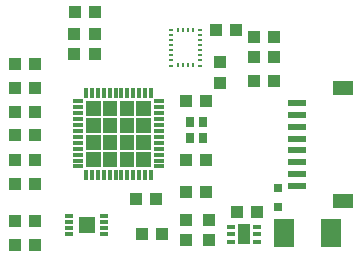
<source format=gbr>
G04 EAGLE Gerber RS-274X export*
G75*
%MOMM*%
%FSLAX34Y34*%
%LPD*%
%INSolderpaste Top*%
%IPPOS*%
%AMOC8*
5,1,8,0,0,1.08239X$1,22.5*%
G01*
%ADD10R,1.100000X1.000000*%
%ADD11R,1.000000X1.100000*%
%ADD12R,0.350000X0.230000*%
%ADD13R,0.230000X0.350000*%
%ADD14R,0.812800X0.304800*%
%ADD15R,0.304800X0.812800*%
%ADD16R,0.750000X0.850000*%
%ADD17R,1.000000X1.800000*%
%ADD18R,0.800000X0.400000*%
%ADD19R,1.360000X1.460000*%
%ADD20R,0.750000X0.300000*%
%ADD21R,1.550000X0.600000*%
%ADD22R,1.800000X1.200000*%
%ADD23R,1.800000X2.400000*%
%ADD24R,0.800000X0.800000*%

G36*
X101778Y189099D02*
X101778Y189099D01*
X101780Y189098D01*
X101823Y189118D01*
X101867Y189136D01*
X101867Y189138D01*
X101869Y189139D01*
X101902Y189224D01*
X101902Y201448D01*
X101901Y201450D01*
X101902Y201452D01*
X101882Y201495D01*
X101864Y201539D01*
X101862Y201539D01*
X101861Y201541D01*
X101776Y201574D01*
X89552Y201574D01*
X89550Y201573D01*
X89548Y201574D01*
X89505Y201554D01*
X89461Y201536D01*
X89461Y201534D01*
X89459Y201533D01*
X89426Y201448D01*
X89426Y189224D01*
X89427Y189222D01*
X89426Y189220D01*
X89446Y189177D01*
X89464Y189133D01*
X89466Y189133D01*
X89467Y189131D01*
X89552Y189098D01*
X101776Y189098D01*
X101778Y189099D01*
G37*
G36*
X144450Y189099D02*
X144450Y189099D01*
X144452Y189098D01*
X144495Y189118D01*
X144539Y189136D01*
X144539Y189138D01*
X144541Y189139D01*
X144574Y189224D01*
X144574Y201448D01*
X144573Y201450D01*
X144574Y201452D01*
X144554Y201495D01*
X144536Y201539D01*
X144534Y201539D01*
X144533Y201541D01*
X144448Y201574D01*
X132224Y201574D01*
X132222Y201573D01*
X132220Y201574D01*
X132177Y201554D01*
X132133Y201536D01*
X132133Y201534D01*
X132131Y201533D01*
X132098Y201448D01*
X132098Y189224D01*
X132099Y189222D01*
X132098Y189220D01*
X132118Y189177D01*
X132136Y189133D01*
X132138Y189133D01*
X132139Y189131D01*
X132224Y189098D01*
X144448Y189098D01*
X144450Y189099D01*
G37*
G36*
X130226Y189099D02*
X130226Y189099D01*
X130228Y189098D01*
X130271Y189118D01*
X130315Y189136D01*
X130315Y189138D01*
X130317Y189139D01*
X130350Y189224D01*
X130350Y201448D01*
X130349Y201450D01*
X130350Y201452D01*
X130330Y201495D01*
X130312Y201539D01*
X130310Y201539D01*
X130309Y201541D01*
X130224Y201574D01*
X118000Y201574D01*
X117998Y201573D01*
X117996Y201574D01*
X117953Y201554D01*
X117909Y201536D01*
X117909Y201534D01*
X117907Y201533D01*
X117874Y201448D01*
X117874Y189224D01*
X117875Y189222D01*
X117874Y189220D01*
X117894Y189177D01*
X117912Y189133D01*
X117914Y189133D01*
X117915Y189131D01*
X118000Y189098D01*
X130224Y189098D01*
X130226Y189099D01*
G37*
G36*
X116002Y189099D02*
X116002Y189099D01*
X116004Y189098D01*
X116047Y189118D01*
X116091Y189136D01*
X116091Y189138D01*
X116093Y189139D01*
X116126Y189224D01*
X116126Y201448D01*
X116125Y201450D01*
X116126Y201452D01*
X116106Y201495D01*
X116088Y201539D01*
X116086Y201539D01*
X116085Y201541D01*
X116000Y201574D01*
X103776Y201574D01*
X103774Y201573D01*
X103772Y201574D01*
X103729Y201554D01*
X103685Y201536D01*
X103685Y201534D01*
X103683Y201533D01*
X103650Y201448D01*
X103650Y189224D01*
X103651Y189222D01*
X103650Y189220D01*
X103670Y189177D01*
X103688Y189133D01*
X103690Y189133D01*
X103691Y189131D01*
X103776Y189098D01*
X116000Y189098D01*
X116002Y189099D01*
G37*
G36*
X116002Y174875D02*
X116002Y174875D01*
X116004Y174874D01*
X116047Y174894D01*
X116091Y174912D01*
X116091Y174914D01*
X116093Y174915D01*
X116126Y175000D01*
X116126Y187224D01*
X116125Y187226D01*
X116126Y187228D01*
X116106Y187271D01*
X116088Y187315D01*
X116086Y187315D01*
X116085Y187317D01*
X116000Y187350D01*
X103776Y187350D01*
X103774Y187349D01*
X103772Y187350D01*
X103729Y187330D01*
X103685Y187312D01*
X103685Y187310D01*
X103683Y187309D01*
X103650Y187224D01*
X103650Y175000D01*
X103651Y174998D01*
X103650Y174996D01*
X103670Y174953D01*
X103688Y174909D01*
X103690Y174909D01*
X103691Y174907D01*
X103776Y174874D01*
X116000Y174874D01*
X116002Y174875D01*
G37*
G36*
X130226Y174875D02*
X130226Y174875D01*
X130228Y174874D01*
X130271Y174894D01*
X130315Y174912D01*
X130315Y174914D01*
X130317Y174915D01*
X130350Y175000D01*
X130350Y187224D01*
X130349Y187226D01*
X130350Y187228D01*
X130330Y187271D01*
X130312Y187315D01*
X130310Y187315D01*
X130309Y187317D01*
X130224Y187350D01*
X118000Y187350D01*
X117998Y187349D01*
X117996Y187350D01*
X117953Y187330D01*
X117909Y187312D01*
X117909Y187310D01*
X117907Y187309D01*
X117874Y187224D01*
X117874Y175000D01*
X117875Y174998D01*
X117874Y174996D01*
X117894Y174953D01*
X117912Y174909D01*
X117914Y174909D01*
X117915Y174907D01*
X118000Y174874D01*
X130224Y174874D01*
X130226Y174875D01*
G37*
G36*
X144450Y174875D02*
X144450Y174875D01*
X144452Y174874D01*
X144495Y174894D01*
X144539Y174912D01*
X144539Y174914D01*
X144541Y174915D01*
X144574Y175000D01*
X144574Y187224D01*
X144573Y187226D01*
X144574Y187228D01*
X144554Y187271D01*
X144536Y187315D01*
X144534Y187315D01*
X144533Y187317D01*
X144448Y187350D01*
X132224Y187350D01*
X132222Y187349D01*
X132220Y187350D01*
X132177Y187330D01*
X132133Y187312D01*
X132133Y187310D01*
X132131Y187309D01*
X132098Y187224D01*
X132098Y175000D01*
X132099Y174998D01*
X132098Y174996D01*
X132118Y174953D01*
X132136Y174909D01*
X132138Y174909D01*
X132139Y174907D01*
X132224Y174874D01*
X144448Y174874D01*
X144450Y174875D01*
G37*
G36*
X101778Y174875D02*
X101778Y174875D01*
X101780Y174874D01*
X101823Y174894D01*
X101867Y174912D01*
X101867Y174914D01*
X101869Y174915D01*
X101902Y175000D01*
X101902Y187224D01*
X101901Y187226D01*
X101902Y187228D01*
X101882Y187271D01*
X101864Y187315D01*
X101862Y187315D01*
X101861Y187317D01*
X101776Y187350D01*
X89552Y187350D01*
X89550Y187349D01*
X89548Y187350D01*
X89505Y187330D01*
X89461Y187312D01*
X89461Y187310D01*
X89459Y187309D01*
X89426Y187224D01*
X89426Y175000D01*
X89427Y174998D01*
X89426Y174996D01*
X89446Y174953D01*
X89464Y174909D01*
X89466Y174909D01*
X89467Y174907D01*
X89552Y174874D01*
X101776Y174874D01*
X101778Y174875D01*
G37*
G36*
X116002Y160651D02*
X116002Y160651D01*
X116004Y160650D01*
X116047Y160670D01*
X116091Y160688D01*
X116091Y160690D01*
X116093Y160691D01*
X116126Y160776D01*
X116126Y173000D01*
X116125Y173002D01*
X116126Y173004D01*
X116106Y173047D01*
X116088Y173091D01*
X116086Y173091D01*
X116085Y173093D01*
X116000Y173126D01*
X103776Y173126D01*
X103774Y173125D01*
X103772Y173126D01*
X103729Y173106D01*
X103685Y173088D01*
X103685Y173086D01*
X103683Y173085D01*
X103650Y173000D01*
X103650Y160776D01*
X103651Y160774D01*
X103650Y160772D01*
X103670Y160729D01*
X103688Y160685D01*
X103690Y160685D01*
X103691Y160683D01*
X103776Y160650D01*
X116000Y160650D01*
X116002Y160651D01*
G37*
G36*
X101778Y160651D02*
X101778Y160651D01*
X101780Y160650D01*
X101823Y160670D01*
X101867Y160688D01*
X101867Y160690D01*
X101869Y160691D01*
X101902Y160776D01*
X101902Y173000D01*
X101901Y173002D01*
X101902Y173004D01*
X101882Y173047D01*
X101864Y173091D01*
X101862Y173091D01*
X101861Y173093D01*
X101776Y173126D01*
X89552Y173126D01*
X89550Y173125D01*
X89548Y173126D01*
X89505Y173106D01*
X89461Y173088D01*
X89461Y173086D01*
X89459Y173085D01*
X89426Y173000D01*
X89426Y160776D01*
X89427Y160774D01*
X89426Y160772D01*
X89446Y160729D01*
X89464Y160685D01*
X89466Y160685D01*
X89467Y160683D01*
X89552Y160650D01*
X101776Y160650D01*
X101778Y160651D01*
G37*
G36*
X130226Y160651D02*
X130226Y160651D01*
X130228Y160650D01*
X130271Y160670D01*
X130315Y160688D01*
X130315Y160690D01*
X130317Y160691D01*
X130350Y160776D01*
X130350Y173000D01*
X130349Y173002D01*
X130350Y173004D01*
X130330Y173047D01*
X130312Y173091D01*
X130310Y173091D01*
X130309Y173093D01*
X130224Y173126D01*
X118000Y173126D01*
X117998Y173125D01*
X117996Y173126D01*
X117953Y173106D01*
X117909Y173088D01*
X117909Y173086D01*
X117907Y173085D01*
X117874Y173000D01*
X117874Y160776D01*
X117875Y160774D01*
X117874Y160772D01*
X117894Y160729D01*
X117912Y160685D01*
X117914Y160685D01*
X117915Y160683D01*
X118000Y160650D01*
X130224Y160650D01*
X130226Y160651D01*
G37*
G36*
X144450Y160651D02*
X144450Y160651D01*
X144452Y160650D01*
X144495Y160670D01*
X144539Y160688D01*
X144539Y160690D01*
X144541Y160691D01*
X144574Y160776D01*
X144574Y173000D01*
X144573Y173002D01*
X144574Y173004D01*
X144554Y173047D01*
X144536Y173091D01*
X144534Y173091D01*
X144533Y173093D01*
X144448Y173126D01*
X132224Y173126D01*
X132222Y173125D01*
X132220Y173126D01*
X132177Y173106D01*
X132133Y173088D01*
X132133Y173086D01*
X132131Y173085D01*
X132098Y173000D01*
X132098Y160776D01*
X132099Y160774D01*
X132098Y160772D01*
X132118Y160729D01*
X132136Y160685D01*
X132138Y160685D01*
X132139Y160683D01*
X132224Y160650D01*
X144448Y160650D01*
X144450Y160651D01*
G37*
G36*
X130226Y146427D02*
X130226Y146427D01*
X130228Y146426D01*
X130271Y146446D01*
X130315Y146464D01*
X130315Y146466D01*
X130317Y146467D01*
X130350Y146552D01*
X130350Y158776D01*
X130349Y158778D01*
X130350Y158780D01*
X130330Y158823D01*
X130312Y158867D01*
X130310Y158867D01*
X130309Y158869D01*
X130224Y158902D01*
X118000Y158902D01*
X117998Y158901D01*
X117996Y158902D01*
X117953Y158882D01*
X117909Y158864D01*
X117909Y158862D01*
X117907Y158861D01*
X117874Y158776D01*
X117874Y146552D01*
X117875Y146550D01*
X117874Y146548D01*
X117894Y146505D01*
X117912Y146461D01*
X117914Y146461D01*
X117915Y146459D01*
X118000Y146426D01*
X130224Y146426D01*
X130226Y146427D01*
G37*
G36*
X101778Y146427D02*
X101778Y146427D01*
X101780Y146426D01*
X101823Y146446D01*
X101867Y146464D01*
X101867Y146466D01*
X101869Y146467D01*
X101902Y146552D01*
X101902Y158776D01*
X101901Y158778D01*
X101902Y158780D01*
X101882Y158823D01*
X101864Y158867D01*
X101862Y158867D01*
X101861Y158869D01*
X101776Y158902D01*
X89552Y158902D01*
X89550Y158901D01*
X89548Y158902D01*
X89505Y158882D01*
X89461Y158864D01*
X89461Y158862D01*
X89459Y158861D01*
X89426Y158776D01*
X89426Y146552D01*
X89427Y146550D01*
X89426Y146548D01*
X89446Y146505D01*
X89464Y146461D01*
X89466Y146461D01*
X89467Y146459D01*
X89552Y146426D01*
X101776Y146426D01*
X101778Y146427D01*
G37*
G36*
X116002Y146427D02*
X116002Y146427D01*
X116004Y146426D01*
X116047Y146446D01*
X116091Y146464D01*
X116091Y146466D01*
X116093Y146467D01*
X116126Y146552D01*
X116126Y158776D01*
X116125Y158778D01*
X116126Y158780D01*
X116106Y158823D01*
X116088Y158867D01*
X116086Y158867D01*
X116085Y158869D01*
X116000Y158902D01*
X103776Y158902D01*
X103774Y158901D01*
X103772Y158902D01*
X103729Y158882D01*
X103685Y158864D01*
X103685Y158862D01*
X103683Y158861D01*
X103650Y158776D01*
X103650Y146552D01*
X103651Y146550D01*
X103650Y146548D01*
X103670Y146505D01*
X103688Y146461D01*
X103690Y146461D01*
X103691Y146459D01*
X103776Y146426D01*
X116000Y146426D01*
X116002Y146427D01*
G37*
G36*
X144450Y146427D02*
X144450Y146427D01*
X144452Y146426D01*
X144495Y146446D01*
X144539Y146464D01*
X144539Y146466D01*
X144541Y146467D01*
X144574Y146552D01*
X144574Y158776D01*
X144573Y158778D01*
X144574Y158780D01*
X144554Y158823D01*
X144536Y158867D01*
X144534Y158867D01*
X144533Y158869D01*
X144448Y158902D01*
X132224Y158902D01*
X132222Y158901D01*
X132220Y158902D01*
X132177Y158882D01*
X132133Y158864D01*
X132133Y158862D01*
X132131Y158861D01*
X132098Y158776D01*
X132098Y146552D01*
X132099Y146550D01*
X132098Y146548D01*
X132118Y146505D01*
X132136Y146461D01*
X132138Y146461D01*
X132139Y146459D01*
X132224Y146426D01*
X144448Y146426D01*
X144450Y146427D01*
G37*
D10*
X248500Y256000D03*
X231500Y256000D03*
X46500Y152000D03*
X29500Y152000D03*
X148500Y119000D03*
X131500Y119000D03*
X46500Y132000D03*
X29500Y132000D03*
X46500Y233000D03*
X29500Y233000D03*
D11*
X97000Y241500D03*
X97000Y258500D03*
D10*
X80500Y277000D03*
X97500Y277000D03*
X231500Y219000D03*
X248500Y219000D03*
X231500Y239000D03*
X248500Y239000D03*
D11*
X203000Y217500D03*
X203000Y234500D03*
D10*
X216500Y262000D03*
X199500Y262000D03*
X46500Y193000D03*
X29500Y193000D03*
X46500Y213000D03*
X29500Y213000D03*
X46500Y173000D03*
X29500Y173000D03*
D11*
X79300Y258900D03*
X79300Y241900D03*
D12*
X186250Y262050D03*
D13*
X180450Y261750D03*
X176150Y261750D03*
X171850Y261750D03*
X167550Y261750D03*
D12*
X161750Y262050D03*
X161750Y257750D03*
X161750Y253450D03*
X161750Y249150D03*
X161750Y244850D03*
X161750Y240550D03*
X161750Y236250D03*
X161750Y231950D03*
D13*
X167550Y232250D03*
X171850Y232250D03*
X176150Y232250D03*
X180450Y232250D03*
D12*
X186250Y231950D03*
X186250Y236250D03*
X186250Y240550D03*
X186250Y244850D03*
X186250Y249150D03*
X186250Y253450D03*
X186250Y257750D03*
D14*
X151544Y146500D03*
X151544Y151500D03*
X151544Y156500D03*
X151544Y161500D03*
X151544Y166500D03*
X151544Y171500D03*
X151544Y176500D03*
X151544Y181500D03*
X151544Y186500D03*
X151544Y191500D03*
X151544Y196500D03*
X151544Y201500D03*
D15*
X144500Y208544D03*
X139500Y208544D03*
X134500Y208544D03*
X129500Y208544D03*
X124500Y208544D03*
X119500Y208544D03*
X114500Y208544D03*
X109500Y208544D03*
X104500Y208544D03*
X99500Y208544D03*
X94500Y208544D03*
X89500Y208544D03*
D14*
X82456Y201500D03*
X82456Y196500D03*
X82456Y191500D03*
X82456Y186500D03*
X82456Y181500D03*
X82456Y176500D03*
X82456Y171500D03*
X82456Y166500D03*
X82456Y161500D03*
X82456Y156500D03*
X82456Y151500D03*
X82456Y146500D03*
D15*
X89500Y139456D03*
X94500Y139456D03*
X99500Y139456D03*
X104500Y139456D03*
X109500Y139456D03*
X114500Y139456D03*
X119500Y139456D03*
X124500Y139456D03*
X129500Y139456D03*
X134500Y139456D03*
X139500Y139456D03*
X144500Y139456D03*
D16*
X177750Y183750D03*
X177750Y170250D03*
X188250Y170250D03*
X188250Y183750D03*
D10*
X191500Y152000D03*
X174500Y152000D03*
X174500Y202000D03*
X191500Y202000D03*
X174500Y125000D03*
X191500Y125000D03*
D17*
X223000Y89000D03*
D18*
X234000Y95500D03*
X234000Y89000D03*
X234000Y82500D03*
X212000Y82500D03*
X212000Y89000D03*
X212000Y95500D03*
D10*
X234500Y108000D03*
X217500Y108000D03*
D11*
X174000Y84500D03*
X174000Y101500D03*
X194000Y101500D03*
X194000Y84500D03*
D19*
X90000Y97000D03*
D20*
X75000Y89500D03*
X75000Y94500D03*
X75000Y99500D03*
X75000Y104500D03*
X105000Y104500D03*
X105000Y99500D03*
X105000Y94500D03*
X105000Y89500D03*
D10*
X46500Y80000D03*
X29500Y80000D03*
X46500Y100000D03*
X29500Y100000D03*
D21*
X268250Y130000D03*
X268250Y140000D03*
X268250Y150000D03*
X268250Y160000D03*
X268250Y170000D03*
X268250Y180000D03*
X268250Y190000D03*
X268250Y200000D03*
D22*
X307000Y117000D03*
X307000Y213000D03*
D23*
X256750Y90000D03*
X297250Y90000D03*
D11*
X136500Y89000D03*
X153500Y89000D03*
D24*
X252000Y112000D03*
X252000Y128000D03*
M02*

</source>
